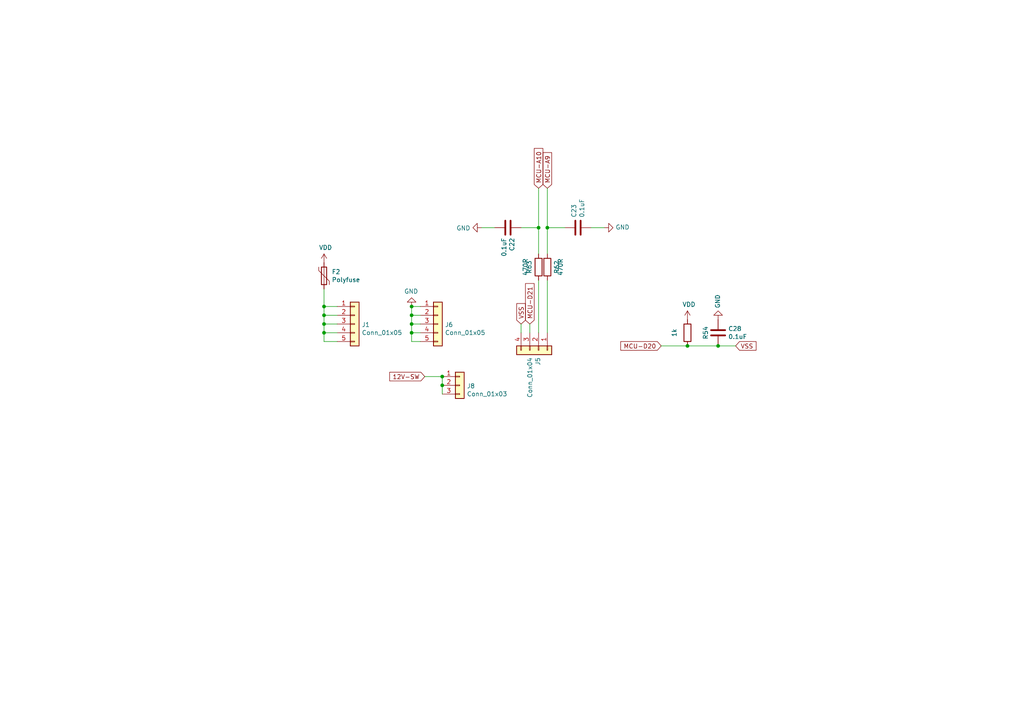
<source format=kicad_sch>
(kicad_sch (version 20230121) (generator eeschema)
  (paper "A4")
  (title_block (title "0.4") (date "2021-03-27") (rev "4d") (company "Speeduino"))
  (lib_symbols
    (symbol "Connector_Generic:Conn_01x03" (pin_names (offset 1.016) hide)
      (property "Reference" "J" (at 0 5.08 0))
      (property "Value" "Conn_01x03" (at 0 -5.08 0))
      (symbol "Conn_01x03_1_1"
        (rectangle (start -1.27 -2.413) (end 0 -2.667) (stroke (width 0.1524)))
        (rectangle (start -1.27 0.127) (end 0 -0.127) (stroke (width 0.1524)))
        (rectangle (start -1.27 2.667) (end 0 2.413) (stroke (width 0.1524)))
        (rectangle (start -1.27 3.81) (end 1.27 -3.81) (stroke (width 0.254)) (fill (type background)))
        (pin passive line (at -5.08 2.54 0) (length 3.81) (name "Pin_1") (number "1"))
        (pin passive line (at -5.08 0 0) (length 3.81) (name "Pin_2") (number "2"))
        (pin passive line (at -5.08 -2.54 0) (length 3.81) (name "Pin_3") (number "3"))
      )
    )
    (symbol "Connector_Generic:Conn_01x04" (pin_names (offset 1.016) hide)
      (property "Reference" "J" (at 0 5.08 0))
      (property "Value" "Conn_01x04" (at 0 -7.62 0))
      (symbol "Conn_01x04_1_1"
        (rectangle (start -1.27 -4.953) (end 0 -5.207) (stroke (width 0.1524)))
        (rectangle (start -1.27 -2.413) (end 0 -2.667) (stroke (width 0.1524)))
        (rectangle (start -1.27 0.127) (end 0 -0.127) (stroke (width 0.1524)))
        (rectangle (start -1.27 2.667) (end 0 2.413) (stroke (width 0.1524)))
        (rectangle (start -1.27 3.81) (end 1.27 -6.35) (stroke (width 0.254)) (fill (type background)))
        (pin passive line (at -5.08 2.54 0) (length 3.81) (name "Pin_1") (number "1"))
        (pin passive line (at -5.08 0 0) (length 3.81) (name "Pin_2") (number "2"))
        (pin passive line (at -5.08 -2.54 0) (length 3.81) (name "Pin_3") (number "3"))
        (pin passive line (at -5.08 -5.08 0) (length 3.81) (name "Pin_4") (number "4"))
      )
    )
    (symbol "Connector_Generic:Conn_01x05" (pin_names (offset 1.016) hide)
      (property "Reference" "J" (at 0 7.62 0))
      (property "Value" "Conn_01x05" (at 0 -7.62 0))
      (symbol "Conn_01x05_1_1"
        (rectangle (start -1.27 -4.953) (end 0 -5.207) (stroke (width 0.1524)))
        (rectangle (start -1.27 -2.413) (end 0 -2.667) (stroke (width 0.1524)))
        (rectangle (start -1.27 0.127) (end 0 -0.127) (stroke (width 0.1524)))
        (rectangle (start -1.27 2.667) (end 0 2.413) (stroke (width 0.1524)))
        (rectangle (start -1.27 5.207) (end 0 4.953) (stroke (width 0.1524)))
        (rectangle (start -1.27 6.35) (end 1.27 -6.35) (stroke (width 0.254)) (fill (type background)))
        (pin passive line (at -5.08 5.08 0) (length 3.81) (name "Pin_1") (number "1"))
        (pin passive line (at -5.08 2.54 0) (length 3.81) (name "Pin_2") (number "2"))
        (pin passive line (at -5.08 0 0) (length 3.81) (name "Pin_3") (number "3"))
        (pin passive line (at -5.08 -2.54 0) (length 3.81) (name "Pin_4") (number "4"))
        (pin passive line (at -5.08 -5.08 0) (length 3.81) (name "Pin_5") (number "5"))
      )
    )
    (symbol "Device:C" (pin_numbers hide) (pin_names (offset 0.254))
      (property "Reference" "C" (at 0.635 2.54 0))
      (property "Value" "C" (at 0.635 -2.54 0))
      (symbol "C_0_1"
        (polyline (pts (xy -2.032 -0.762) (xy 2.032 -0.762)) (stroke (width 0.508)))
        (polyline (pts (xy -2.032 0.762) (xy 2.032 0.762)) (stroke (width 0.508)))
      )
      (symbol "C_1_1"
        (pin passive line (at 0 3.81 270) (length 2.794) (name "~") (number "1"))
        (pin passive line (at 0 -3.81 90) (length 2.794) (name "~") (number "2"))
      )
    )
    (symbol "Device:Polyfuse" (pin_numbers hide) (pin_names (offset 0))
      (property "Reference" "F" (at -2.54 0 90))
      (property "Value" "Polyfuse" (at 2.54 0 90))
      (symbol "Polyfuse_0_1"
        (rectangle (start -0.762 2.54) (end 0.762 -2.54) (stroke (width 0.254)))
        (polyline (pts (xy 0 2.54) (xy 0 -2.54)))
        (polyline (pts (xy -1.524 2.54) (xy -1.524 1.524) (xy 1.524 -1.524) (xy 1.524 -2.54)))
      )
      (symbol "Polyfuse_1_1"
        (pin passive line (at 0 3.81 270) (length 1.27) (name "~") (number "1"))
        (pin passive line (at 0 -3.81 90) (length 1.27) (name "~") (number "2"))
      )
    )
    (symbol "Device:R" (pin_numbers hide) (pin_names (offset 0))
      (property "Reference" "R" (at 2.032 0 90))
      (property "Value" "R" (at 0 0 90))
      (symbol "R_0_1"
        (rectangle (start -1.016 -2.54) (end 1.016 2.54) (stroke (width 0.254)))
      )
      (symbol "R_1_1"
        (pin passive line (at 0 3.81 270) (length 1.27) (name "~") (number "1"))
        (pin passive line (at 0 -3.81 90) (length 1.27) (name "~") (number "2"))
      )
    )
    (symbol "power:GND" (power) (pin_names (offset 0))
      (property "Value" "GND" (at 0 -3.81 0))
      (symbol "GND_0_1"
        (polyline (pts (xy 0 0) (xy 0 -1.27) (xy 1.27 -1.27) (xy 0 -2.54) (xy -1.27 -1.27) (xy 0 -1.27)))
      )
      (symbol "GND_1_1"
        (pin power_in line (at 0 0 270) (length 0) hide (name "GND") (number "1"))
      )
    )
    (symbol "power:VDD" (power) (pin_names (offset 0))
      (property "Value" "VDD" (at 0 3.81 0))
      (symbol "VDD_0_1"
        (polyline (pts (xy -0.762 1.27) (xy 0 2.54)))
        (polyline (pts (xy 0 0) (xy 0 2.54)))
        (polyline (pts (xy 0 2.54) (xy 0.762 1.27)))
      )
      (symbol "VDD_1_1"
        (pin power_in line (at 0 0 90) (length 0) hide (name "VDD") (number "1"))
      )
    )
  )
  (junction (at 93.98 88.9))
  (junction (at 199.39 100.33))
  (junction (at 158.75 66.04))
  (junction (at 119.38 91.44))
  (junction (at 128.27 111.76))
  (junction (at 156.21 66.04))
  (junction (at 119.38 88.9))
  (junction (at 208.28 100.33))
  (junction (at 93.98 93.98))
  (junction (at 128.27 109.22))
  (junction (at 93.98 96.52))
  (junction (at 93.98 91.44))
  (junction (at 119.38 93.98))
  (junction (at 119.38 96.52))
  (wire (pts (xy 128.27 111.76) (xy 128.27 114.3)))
  (wire (pts (xy 119.38 93.98) (xy 119.38 96.52)))
  (wire (pts (xy 158.75 54.61) (xy 158.75 66.04)))
  (wire (pts (xy 123.19 109.22) (xy 128.27 109.22)))
  (wire (pts (xy 97.79 91.44) (xy 93.98 91.44)))
  (wire (pts (xy 143.51 66.04) (xy 139.7 66.04)))
  (wire (pts (xy 97.79 99.06) (xy 93.98 99.06)))
  (wire (pts (xy 199.39 100.33) (xy 191.77 100.33)))
  (wire (pts (xy 93.98 96.52) (xy 93.98 93.98)))
  (wire (pts (xy 213.36 100.33) (xy 208.28 100.33)))
  (wire (pts (xy 119.38 99.06) (xy 121.92 99.06)))
  (wire (pts (xy 171.45 66.04) (xy 175.26 66.04)))
  (wire (pts (xy 156.21 54.61) (xy 156.21 66.04)))
  (wire (pts (xy 153.67 93.98) (xy 153.67 96.52)))
  (wire (pts (xy 93.98 91.44) (xy 93.98 93.98)))
  (wire (pts (xy 93.98 93.98) (xy 97.79 93.98)))
  (wire (pts (xy 151.13 66.04) (xy 156.21 66.04)))
  (wire (pts (xy 156.21 81.28) (xy 156.21 96.52)))
  (wire (pts (xy 97.79 88.9) (xy 93.98 88.9)))
  (wire (pts (xy 97.79 96.52) (xy 93.98 96.52)))
  (wire (pts (xy 119.38 93.98) (xy 121.92 93.98)))
  (wire (pts (xy 119.38 96.52) (xy 121.92 96.52)))
  (wire (pts (xy 93.98 96.52) (xy 93.98 99.06)))
  (wire (pts (xy 158.75 66.04) (xy 158.75 73.66)))
  (wire (pts (xy 128.27 109.22) (xy 128.27 111.76)))
  (wire (pts (xy 151.13 93.98) (xy 151.13 96.52)))
  (wire (pts (xy 119.38 88.9) (xy 119.38 91.44)))
  (wire (pts (xy 163.83 66.04) (xy 158.75 66.04)))
  (wire (pts (xy 119.38 96.52) (xy 119.38 99.06)))
  (wire (pts (xy 119.38 91.44) (xy 119.38 93.98)))
  (wire (pts (xy 93.98 88.9) (xy 93.98 91.44)))
  (wire (pts (xy 93.98 83.82) (xy 93.98 88.9)))
  (wire (pts (xy 158.75 81.28) (xy 158.75 96.52)))
  (wire (pts (xy 156.21 66.04) (xy 156.21 73.66)))
  (wire (pts (xy 119.38 88.9) (xy 121.92 88.9)))
  (wire (pts (xy 208.28 100.33) (xy 199.39 100.33)))
  (wire (pts (xy 119.38 91.44) (xy 121.92 91.44)))
  (global_label "MCU-A10" (shape input) (at 156.21 54.61 90) (property "Intersheetrefs" "${INTERSHEET_REFS}" (effects hide)))
  (global_label "MCU-D20" (shape input) (at 191.77 100.33 180) (property "Intersheetrefs" "${INTERSHEET_REFS}" (effects hide)))
  (global_label "12V-SW" (shape input) (at 123.19 109.22 180) (property "Intersheetrefs" "${INTERSHEET_REFS}" (effects hide)))
  (global_label "MCU-D21" (shape input) (at 153.67 93.98 90) (property "Intersheetrefs" "${INTERSHEET_REFS}" (effects hide)))
  (global_label "VSS" (shape input) (at 213.36 100.33 0) (property "Intersheetrefs" "${INTERSHEET_REFS}" (effects hide)))
  (global_label "VSS" (shape input) (at 151.13 93.98 90) (property "Intersheetrefs" "${INTERSHEET_REFS}" (effects hide)))
  (global_label "MCU-A9" (shape input) (at 158.75 54.61 90) (property "Intersheetrefs" "${INTERSHEET_REFS}" (effects hide)))
  (symbol (lib_id "Connector_Generic:Conn_01x05") (at 102.87 93.98 0) (unit 1)
    (property "Reference" "J1" (at 104.902 94.1832 0) (effects (justify left)))
    (property "Value" "Conn_01x05" (at 104.902 96.4946 0) (effects (justify left)))
    (property "Footprint" "Connector_PinHeader_2.54mm:PinHeader_1x05_P2.54mm_Vertical" (effects hide))
  )
  (symbol (lib_id "Connector_Generic:Conn_01x05") (at 127 93.98 0) (unit 1)
    (property "Reference" "J6" (at 129.032 94.1832 0) (effects (justify left)))
    (property "Value" "Conn_01x05" (at 129.032 96.4946 0) (effects (justify left)))
    (property "Footprint" "Connector_PinHeader_2.54mm:PinHeader_1x05_P2.54mm_Vertical" (effects hide))
  )
  (symbol (lib_id "power:GND") (at 119.38 88.9 180) (unit 1)
    (property "Reference" "#PWR072" (effects hide))
    (property "Value" "GND" (at 119.253 84.5058 0))
  )
  (symbol (lib_id "Connector_Generic:Conn_01x04") (at 156.21 101.6 270) (unit 1)
    (property "Reference" "J5" (at 156.0068 103.632 0) (effects (justify left)))
    (property "Value" "Conn_01x04" (at 153.6954 103.632 0) (effects (justify left)))
    (property "Footprint" "Connector_PinHeader_2.54mm:PinHeader_1x04_P2.54mm_Vertical" (effects hide))
  )
  (symbol (lib_id "Device:R") (at 158.75 77.47 0) (unit 1)
    (property "Reference" "R63" (at 153.4922 77.47 90))
    (property "Value" "470R" (at 162.56 77.47 90))
    (property "Footprint" "Resistor_THT:R_Axial_DIN0204_L3.6mm_D1.6mm_P5.08mm_Horizontal" (effects hide))
    (property "Manufacturer_Name" "Vishay" (effects hide))
    (property "Manufacturer_Part_Number" "MBA02040C4700FRP00" (effects hide))
    (property "URL" "https://www.digikey.com.au/product-detail/en/vishay-beyschlag-draloric-bc-components/MBA02040C4700FRP00/BC3516CT-ND/7350946" (effects hide))
    (property "Digikey Part Number" "BC3516CT-ND" (effects hide))
    (instances (project "v0.4.3d" (path "" (reference "R63") (unit 1)) (path "" (reference "R?") (unit 1))))
  )
  (symbol (lib_id "Device:C") (at 167.64 66.04 90) (unit 1)
    (property "Reference" "C23" (at 166.4716 63.119 0) (effects (justify left)))
    (property "Value" "0.1uF" (at 168.783 63.119 0) (effects (justify left)))
    (property "Footprint" "Capacitor_THT:C_Disc_D5.0mm_W2.5mm_P2.50mm" (effects hide))
    (property "Digikey Part Number" "445-180563-1-ND" (effects hide))
    (property "Manufacturer_Name" "TDK" (effects hide))
    (property "Manufacturer_Part_Number" "FA18X8R1E104KNU06" (effects hide))
    (property "URL" "https://www.digikey.com.au/product-detail/en/tdk-corporation/FA18X8R1E104KNU06/445-180563-1-ND/9560689" (effects hide))
    (instances (project "v0.4.3d" (path "" (reference "C23") (unit 1)) (path "" (reference "C?") (unit 1))))
  )
  (symbol (lib_id "Device:R") (at 156.21 77.47 180) (unit 1)
    (property "Reference" "R62" (at 161.4678 77.47 90))
    (property "Value" "470R" (at 152.4 77.47 90))
    (property "Footprint" "Resistor_THT:R_Axial_DIN0204_L3.6mm_D1.6mm_P5.08mm_Horizontal" (effects hide))
    (property "Manufacturer_Name" "Vishay" (effects hide))
    (property "Manufacturer_Part_Number" "MBA02040C4700FRP00" (effects hide))
    (property "URL" "https://www.digikey.com.au/product-detail/en/vishay-beyschlag-draloric-bc-components/MBA02040C4700FRP00/BC3516CT-ND/7350946" (effects hide))
    (property "Digikey Part Number" "BC3516CT-ND" (effects hide))
    (instances (project "v0.4.3d" (path "" (reference "R62") (unit 1)) (path "" (reference "R?") (unit 1))))
  )
  (symbol (lib_id "Device:C") (at 147.32 66.04 270) (unit 1)
    (property "Reference" "C22" (at 148.4884 68.961 0) (effects (justify left)))
    (property "Value" "0.1uF" (at 146.177 68.961 0) (effects (justify left)))
    (property "Footprint" "Capacitor_THT:C_Disc_D5.0mm_W2.5mm_P2.50mm" (effects hide))
    (property "Digikey Part Number" "445-180563-1-ND" (effects hide))
    (property "Manufacturer_Name" "TDK" (effects hide))
    (property "Manufacturer_Part_Number" "FA18X8R1E104KNU06" (effects hide))
    (property "URL" "https://www.digikey.com.au/product-detail/en/tdk-corporation/FA18X8R1E104KNU06/445-180563-1-ND/9560689" (effects hide))
    (instances (project "v0.4.3d" (path "" (reference "C22") (unit 1)) (path "" (reference "C?") (unit 1))))
  )
  (symbol (lib_id "power:GND") (at 139.7 66.04 270) (unit 1)
    (property "Reference" "#PWR073" (effects hide))
    (property "Value" "GND" (at 136.4488 66.167 90) (effects (justify right)))
  )
  (symbol (lib_id "power:GND") (at 175.26 66.04 90) (unit 1)
    (property "Reference" "#PWR074" (effects hide))
    (property "Value" "GND" (at 178.5112 65.913 90) (effects (justify right)))
  )
  (symbol (lib_id "Connector_Generic:Conn_01x03") (at 133.35 111.76 0) (unit 1)
    (property "Reference" "J8" (at 135.382 111.9632 0) (effects (justify left)))
    (property "Value" "Conn_01x03" (at 135.382 114.2746 0) (effects (justify left)))
    (property "Footprint" "Connector_PinHeader_2.54mm:PinHeader_1x03_P2.54mm_Vertical" (effects hide))
    (property "Sim.Device" "SPICE" (effects hide))
    (property "Sim.Params" "type=\"J\" model=\"Conn_01x03\" lib=\"\"" (effects hide))
    (property "Sim.Pins" "1=1 2=2 3=3" (effects hide))
  )
  (symbol (lib_id "Device:Polyfuse") (at 93.98 80.01 0) (unit 1)
    (property "Reference" "F2" (at 96.2152 78.8416 0) (effects (justify left)))
    (property "Value" "Polyfuse" (at 96.2152 81.153 0) (effects (justify left)))
    (property "Footprint" "Fuse:Fuse_BelFuse_0ZRE0055FF_L14.0mm_W4.1mm" (effects hide))
    (property "Digikey Part Number" "507-2403-ND" (effects hide))
    (property "Manufacturer_Name" "Bel Fuse" (effects hide))
    (property "Manufacturer_Part_Number" "0ZRP0050FF1E" (effects hide))
    (property "URL" "https://www.digikey.com.au/product-detail/en/bel-fuse-inc/0ZRP0050FF1E/507-2403-ND/9468252" (effects hide))
  )
  (symbol (lib_id "power:VDD") (at 93.98 76.2 0) (unit 1)
    (property "Reference" "#PWR0120" (effects hide))
    (property "Value" "VDD" (at 94.4118 71.8058 0))
  )
  (symbol (lib_id "Device:R") (at 199.39 96.52 180) (unit 1)
    (property "Reference" "R54" (at 204.6478 96.52 90))
    (property "Value" "1k" (at 195.58 96.52 90))
    (property "Footprint" "Resistor_THT:R_Axial_DIN0204_L3.6mm_D1.6mm_P5.08mm_Horizontal" (effects hide))
    (property "Manufacturer_Name" "Vishay" (effects hide))
    (property "Manufacturer_Part_Number" "MBA02040C1001FRP00" (effects hide))
    (property "Digikey Part Number" "BC1.00KXCT-ND" (effects hide))
    (instances (project "v0.4.3d" (path "" (reference "R54") (unit 1)) (path "" (reference "R?") (unit 1))))
  )
  (symbol (lib_id "Device:C") (at 208.28 96.52 0) (unit 1)
    (property "Reference" "C28" (at 211.201 95.3516 0) (effects (justify left)))
    (property "Value" "0.1uF" (at 211.201 97.663 0) (effects (justify left)))
    (property "Footprint" "Capacitor_THT:C_Disc_D5.0mm_W2.5mm_P2.50mm" (effects hide))
    (property "Digikey Part Number" "445-180563-1-ND" (effects hide))
    (property "Manufacturer_Name" "TDK" (effects hide))
    (property "Manufacturer_Part_Number" "FA18X8R1E104KNU06" (effects hide))
    (property "URL" "https://www.digikey.com.au/product-detail/en/tdk-corporation/FA18X8R1E104KNU06/445-180563-1-ND/9560689" (effects hide))
    (instances (project "v0.4.3d" (path "" (reference "C28") (unit 1)) (path "" (reference "C?") (unit 1))))
  )
  (symbol (lib_id "power:GND") (at 208.28 92.71 180) (unit 1)
    (property "Reference" "#PWR0121" (effects hide))
    (property "Value" "GND" (at 208.153 89.4588 90) (effects (justify right)))
  )
  (symbol (lib_id "power:VDD") (at 199.39 92.71 0) (unit 1)
    (property "Reference" "#PWR0122" (effects hide))
    (property "Value" "VDD" (at 199.8218 88.3158 0))
  )
)
</source>
